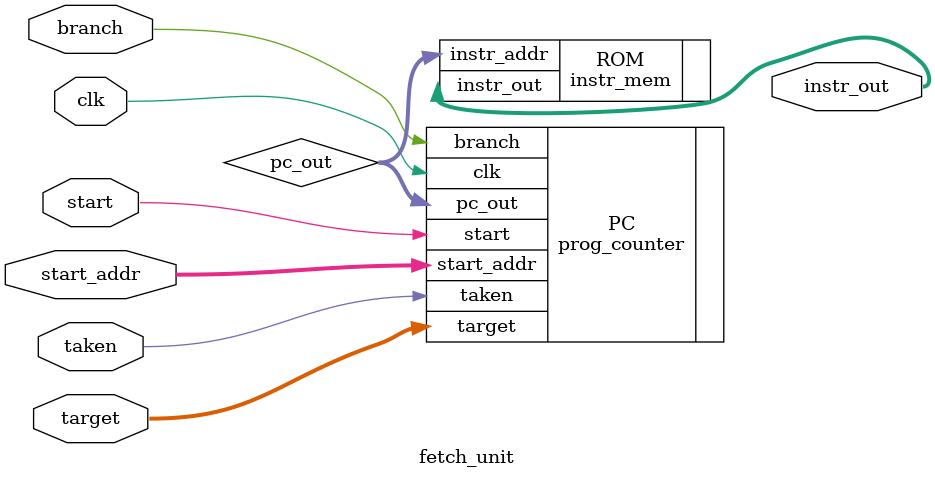
<source format=sv>
`timescale 1ns / 1ps

module fetch_unit #(parameter rom_size = 512, instr_width = 9, reg_width = 8)
(
  input clk,
  input start,
  input [$clog2(rom_size):0] start_addr,
  input branch,
  input taken,
  input [reg_width-1:0] target,
  output [instr_width-1:0] instr_out
  );

wire [$clog2(rom_size):0] pc_out;

// instantiate the device under test
prog_counter PC (
  .clk,
  .start,
  .start_addr,
  .branch,
  .taken,
  .target,
  .pc_out
  );

instr_mem ROM (
  .instr_addr(pc_out),
  .instr_out
  );

endmodule

</source>
